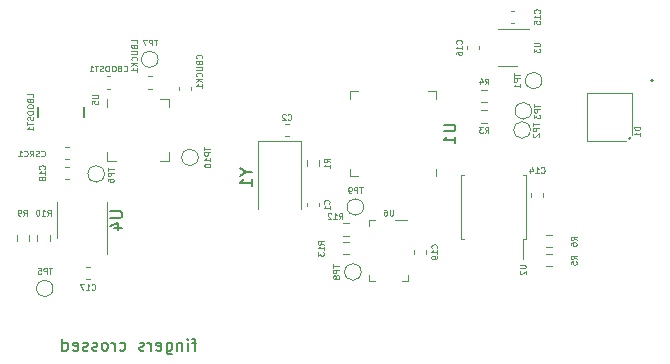
<source format=gbr>
%TF.GenerationSoftware,KiCad,Pcbnew,(6.0.11-0)*%
%TF.CreationDate,2023-05-17T19:32:27-04:00*%
%TF.ProjectId,SLAPS_Solar_Harvester,534c4150-535f-4536-9f6c-61725f486172,V1.1*%
%TF.SameCoordinates,Original*%
%TF.FileFunction,Legend,Bot*%
%TF.FilePolarity,Positive*%
%FSLAX46Y46*%
G04 Gerber Fmt 4.6, Leading zero omitted, Abs format (unit mm)*
G04 Created by KiCad (PCBNEW (6.0.11-0)) date 2023-05-17 19:32:27*
%MOMM*%
%LPD*%
G01*
G04 APERTURE LIST*
%ADD10C,0.150000*%
%ADD11C,0.125000*%
%ADD12C,0.160000*%
%ADD13C,0.120000*%
%ADD14C,0.127000*%
%ADD15C,0.200000*%
G04 APERTURE END LIST*
D10*
X140438095Y-121385714D02*
X140057142Y-121385714D01*
X140295238Y-122052380D02*
X140295238Y-121195238D01*
X140247619Y-121100000D01*
X140152380Y-121052380D01*
X140057142Y-121052380D01*
X139723809Y-122052380D02*
X139723809Y-121385714D01*
X139723809Y-121052380D02*
X139771428Y-121100000D01*
X139723809Y-121147619D01*
X139676190Y-121100000D01*
X139723809Y-121052380D01*
X139723809Y-121147619D01*
X139247619Y-121385714D02*
X139247619Y-122052380D01*
X139247619Y-121480952D02*
X139200000Y-121433333D01*
X139104761Y-121385714D01*
X138961904Y-121385714D01*
X138866666Y-121433333D01*
X138819047Y-121528571D01*
X138819047Y-122052380D01*
X137914285Y-121385714D02*
X137914285Y-122195238D01*
X137961904Y-122290476D01*
X138009523Y-122338095D01*
X138104761Y-122385714D01*
X138247619Y-122385714D01*
X138342857Y-122338095D01*
X137914285Y-122004761D02*
X138009523Y-122052380D01*
X138200000Y-122052380D01*
X138295238Y-122004761D01*
X138342857Y-121957142D01*
X138390476Y-121861904D01*
X138390476Y-121576190D01*
X138342857Y-121480952D01*
X138295238Y-121433333D01*
X138200000Y-121385714D01*
X138009523Y-121385714D01*
X137914285Y-121433333D01*
X137057142Y-122004761D02*
X137152380Y-122052380D01*
X137342857Y-122052380D01*
X137438095Y-122004761D01*
X137485714Y-121909523D01*
X137485714Y-121528571D01*
X137438095Y-121433333D01*
X137342857Y-121385714D01*
X137152380Y-121385714D01*
X137057142Y-121433333D01*
X137009523Y-121528571D01*
X137009523Y-121623809D01*
X137485714Y-121719047D01*
X136580952Y-122052380D02*
X136580952Y-121385714D01*
X136580952Y-121576190D02*
X136533333Y-121480952D01*
X136485714Y-121433333D01*
X136390476Y-121385714D01*
X136295238Y-121385714D01*
X136009523Y-122004761D02*
X135914285Y-122052380D01*
X135723809Y-122052380D01*
X135628571Y-122004761D01*
X135580952Y-121909523D01*
X135580952Y-121861904D01*
X135628571Y-121766666D01*
X135723809Y-121719047D01*
X135866666Y-121719047D01*
X135961904Y-121671428D01*
X136009523Y-121576190D01*
X136009523Y-121528571D01*
X135961904Y-121433333D01*
X135866666Y-121385714D01*
X135723809Y-121385714D01*
X135628571Y-121433333D01*
X133961904Y-122004761D02*
X134057142Y-122052380D01*
X134247619Y-122052380D01*
X134342857Y-122004761D01*
X134390476Y-121957142D01*
X134438095Y-121861904D01*
X134438095Y-121576190D01*
X134390476Y-121480952D01*
X134342857Y-121433333D01*
X134247619Y-121385714D01*
X134057142Y-121385714D01*
X133961904Y-121433333D01*
X133533333Y-122052380D02*
X133533333Y-121385714D01*
X133533333Y-121576190D02*
X133485714Y-121480952D01*
X133438095Y-121433333D01*
X133342857Y-121385714D01*
X133247619Y-121385714D01*
X132771428Y-122052380D02*
X132866666Y-122004761D01*
X132914285Y-121957142D01*
X132961904Y-121861904D01*
X132961904Y-121576190D01*
X132914285Y-121480952D01*
X132866666Y-121433333D01*
X132771428Y-121385714D01*
X132628571Y-121385714D01*
X132533333Y-121433333D01*
X132485714Y-121480952D01*
X132438095Y-121576190D01*
X132438095Y-121861904D01*
X132485714Y-121957142D01*
X132533333Y-122004761D01*
X132628571Y-122052380D01*
X132771428Y-122052380D01*
X132057142Y-122004761D02*
X131961904Y-122052380D01*
X131771428Y-122052380D01*
X131676190Y-122004761D01*
X131628571Y-121909523D01*
X131628571Y-121861904D01*
X131676190Y-121766666D01*
X131771428Y-121719047D01*
X131914285Y-121719047D01*
X132009523Y-121671428D01*
X132057142Y-121576190D01*
X132057142Y-121528571D01*
X132009523Y-121433333D01*
X131914285Y-121385714D01*
X131771428Y-121385714D01*
X131676190Y-121433333D01*
X131247619Y-122004761D02*
X131152380Y-122052380D01*
X130961904Y-122052380D01*
X130866666Y-122004761D01*
X130819047Y-121909523D01*
X130819047Y-121861904D01*
X130866666Y-121766666D01*
X130961904Y-121719047D01*
X131104761Y-121719047D01*
X131200000Y-121671428D01*
X131247619Y-121576190D01*
X131247619Y-121528571D01*
X131200000Y-121433333D01*
X131104761Y-121385714D01*
X130961904Y-121385714D01*
X130866666Y-121433333D01*
X130009523Y-122004761D02*
X130104761Y-122052380D01*
X130295238Y-122052380D01*
X130390476Y-122004761D01*
X130438095Y-121909523D01*
X130438095Y-121528571D01*
X130390476Y-121433333D01*
X130295238Y-121385714D01*
X130104761Y-121385714D01*
X130009523Y-121433333D01*
X129961904Y-121528571D01*
X129961904Y-121623809D01*
X130438095Y-121719047D01*
X129104761Y-122052380D02*
X129104761Y-121052380D01*
X129104761Y-122004761D02*
X129200000Y-122052380D01*
X129390476Y-122052380D01*
X129485714Y-122004761D01*
X129533333Y-121957142D01*
X129580952Y-121861904D01*
X129580952Y-121576190D01*
X129533333Y-121480952D01*
X129485714Y-121433333D01*
X129390476Y-121385714D01*
X129200000Y-121385714D01*
X129104761Y-121433333D01*
D11*
%TO.C,TP2*%
X168926190Y-102769047D02*
X168926190Y-103054761D01*
X169426190Y-102911904D02*
X168926190Y-102911904D01*
X169426190Y-103221428D02*
X168926190Y-103221428D01*
X168926190Y-103411904D01*
X168950000Y-103459523D01*
X168973809Y-103483333D01*
X169021428Y-103507142D01*
X169092857Y-103507142D01*
X169140476Y-103483333D01*
X169164285Y-103459523D01*
X169188095Y-103411904D01*
X169188095Y-103221428D01*
X168973809Y-103697619D02*
X168950000Y-103721428D01*
X168926190Y-103769047D01*
X168926190Y-103888095D01*
X168950000Y-103935714D01*
X168973809Y-103959523D01*
X169021428Y-103983333D01*
X169069047Y-103983333D01*
X169140476Y-103959523D01*
X169426190Y-103673809D01*
X169426190Y-103983333D01*
%TO.C,C17*%
X131571428Y-116878571D02*
X131595238Y-116902380D01*
X131666666Y-116926190D01*
X131714285Y-116926190D01*
X131785714Y-116902380D01*
X131833333Y-116854761D01*
X131857142Y-116807142D01*
X131880952Y-116711904D01*
X131880952Y-116640476D01*
X131857142Y-116545238D01*
X131833333Y-116497619D01*
X131785714Y-116450000D01*
X131714285Y-116426190D01*
X131666666Y-116426190D01*
X131595238Y-116450000D01*
X131571428Y-116473809D01*
X131095238Y-116926190D02*
X131380952Y-116926190D01*
X131238095Y-116926190D02*
X131238095Y-116426190D01*
X131285714Y-116497619D01*
X131333333Y-116545238D01*
X131380952Y-116569047D01*
X130928571Y-116426190D02*
X130595238Y-116426190D01*
X130809523Y-116926190D01*
D10*
%TO.C,U4*%
X133152380Y-110238095D02*
X133961904Y-110238095D01*
X134057142Y-110285714D01*
X134104761Y-110333333D01*
X134152380Y-110428571D01*
X134152380Y-110619047D01*
X134104761Y-110714285D01*
X134057142Y-110761904D01*
X133961904Y-110809523D01*
X133152380Y-110809523D01*
X133485714Y-111714285D02*
X134152380Y-111714285D01*
X133104761Y-111476190D02*
X133819047Y-111238095D01*
X133819047Y-111857142D01*
D11*
%TO.C,C14*%
X169621428Y-106978571D02*
X169645238Y-107002380D01*
X169716666Y-107026190D01*
X169764285Y-107026190D01*
X169835714Y-107002380D01*
X169883333Y-106954761D01*
X169907142Y-106907142D01*
X169930952Y-106811904D01*
X169930952Y-106740476D01*
X169907142Y-106645238D01*
X169883333Y-106597619D01*
X169835714Y-106550000D01*
X169764285Y-106526190D01*
X169716666Y-106526190D01*
X169645238Y-106550000D01*
X169621428Y-106573809D01*
X169145238Y-107026190D02*
X169430952Y-107026190D01*
X169288095Y-107026190D02*
X169288095Y-106526190D01*
X169335714Y-106597619D01*
X169383333Y-106645238D01*
X169430952Y-106669047D01*
X168716666Y-106692857D02*
X168716666Y-107026190D01*
X168835714Y-106502380D02*
X168954761Y-106859523D01*
X168645238Y-106859523D01*
%TO.C,TP3*%
X169026190Y-101169047D02*
X169026190Y-101454761D01*
X169526190Y-101311904D02*
X169026190Y-101311904D01*
X169526190Y-101621428D02*
X169026190Y-101621428D01*
X169026190Y-101811904D01*
X169050000Y-101859523D01*
X169073809Y-101883333D01*
X169121428Y-101907142D01*
X169192857Y-101907142D01*
X169240476Y-101883333D01*
X169264285Y-101859523D01*
X169288095Y-101811904D01*
X169288095Y-101621428D01*
X169026190Y-102073809D02*
X169026190Y-102383333D01*
X169216666Y-102216666D01*
X169216666Y-102288095D01*
X169240476Y-102335714D01*
X169264285Y-102359523D01*
X169311904Y-102383333D01*
X169430952Y-102383333D01*
X169478571Y-102359523D01*
X169502380Y-102335714D01*
X169526190Y-102288095D01*
X169526190Y-102145238D01*
X169502380Y-102097619D01*
X169478571Y-102073809D01*
D10*
%TO.C,Y1*%
X144676190Y-106923809D02*
X145152380Y-106923809D01*
X144152380Y-106590476D02*
X144676190Y-106923809D01*
X144152380Y-107257142D01*
X145152380Y-108114285D02*
X145152380Y-107542857D01*
X145152380Y-107828571D02*
X144152380Y-107828571D01*
X144295238Y-107733333D01*
X144390476Y-107638095D01*
X144438095Y-107542857D01*
D11*
%TO.C,TP9*%
X154530952Y-108226190D02*
X154245238Y-108226190D01*
X154388095Y-108726190D02*
X154388095Y-108226190D01*
X154078571Y-108726190D02*
X154078571Y-108226190D01*
X153888095Y-108226190D01*
X153840476Y-108250000D01*
X153816666Y-108273809D01*
X153792857Y-108321428D01*
X153792857Y-108392857D01*
X153816666Y-108440476D01*
X153840476Y-108464285D01*
X153888095Y-108488095D01*
X154078571Y-108488095D01*
X153554761Y-108726190D02*
X153459523Y-108726190D01*
X153411904Y-108702380D01*
X153388095Y-108678571D01*
X153340476Y-108607142D01*
X153316666Y-108511904D01*
X153316666Y-108321428D01*
X153340476Y-108273809D01*
X153364285Y-108250000D01*
X153411904Y-108226190D01*
X153507142Y-108226190D01*
X153554761Y-108250000D01*
X153578571Y-108273809D01*
X153602380Y-108321428D01*
X153602380Y-108440476D01*
X153578571Y-108488095D01*
X153554761Y-108511904D01*
X153507142Y-108535714D01*
X153411904Y-108535714D01*
X153364285Y-108511904D01*
X153340476Y-108488095D01*
X153316666Y-108440476D01*
%TO.C,C19*%
X160778571Y-113378571D02*
X160802380Y-113354761D01*
X160826190Y-113283333D01*
X160826190Y-113235714D01*
X160802380Y-113164285D01*
X160754761Y-113116666D01*
X160707142Y-113092857D01*
X160611904Y-113069047D01*
X160540476Y-113069047D01*
X160445238Y-113092857D01*
X160397619Y-113116666D01*
X160350000Y-113164285D01*
X160326190Y-113235714D01*
X160326190Y-113283333D01*
X160350000Y-113354761D01*
X160373809Y-113378571D01*
X160826190Y-113854761D02*
X160826190Y-113569047D01*
X160826190Y-113711904D02*
X160326190Y-113711904D01*
X160397619Y-113664285D01*
X160445238Y-113616666D01*
X160469047Y-113569047D01*
X160826190Y-114092857D02*
X160826190Y-114188095D01*
X160802380Y-114235714D01*
X160778571Y-114259523D01*
X160707142Y-114307142D01*
X160611904Y-114330952D01*
X160421428Y-114330952D01*
X160373809Y-114307142D01*
X160350000Y-114283333D01*
X160326190Y-114235714D01*
X160326190Y-114140476D01*
X160350000Y-114092857D01*
X160373809Y-114069047D01*
X160421428Y-114045238D01*
X160540476Y-114045238D01*
X160588095Y-114069047D01*
X160611904Y-114092857D01*
X160635714Y-114140476D01*
X160635714Y-114235714D01*
X160611904Y-114283333D01*
X160588095Y-114307142D01*
X160540476Y-114330952D01*
%TO.C,LBOOST1*%
X126626190Y-100576785D02*
X126626190Y-100338690D01*
X126126190Y-100338690D01*
X126364285Y-100910119D02*
X126388095Y-100981547D01*
X126411904Y-101005357D01*
X126459523Y-101029166D01*
X126530952Y-101029166D01*
X126578571Y-101005357D01*
X126602380Y-100981547D01*
X126626190Y-100933928D01*
X126626190Y-100743452D01*
X126126190Y-100743452D01*
X126126190Y-100910119D01*
X126150000Y-100957738D01*
X126173809Y-100981547D01*
X126221428Y-101005357D01*
X126269047Y-101005357D01*
X126316666Y-100981547D01*
X126340476Y-100957738D01*
X126364285Y-100910119D01*
X126364285Y-100743452D01*
X126126190Y-101338690D02*
X126126190Y-101433928D01*
X126150000Y-101481547D01*
X126197619Y-101529166D01*
X126292857Y-101552976D01*
X126459523Y-101552976D01*
X126554761Y-101529166D01*
X126602380Y-101481547D01*
X126626190Y-101433928D01*
X126626190Y-101338690D01*
X126602380Y-101291071D01*
X126554761Y-101243452D01*
X126459523Y-101219642D01*
X126292857Y-101219642D01*
X126197619Y-101243452D01*
X126150000Y-101291071D01*
X126126190Y-101338690D01*
X126126190Y-101862500D02*
X126126190Y-101957738D01*
X126150000Y-102005357D01*
X126197619Y-102052976D01*
X126292857Y-102076785D01*
X126459523Y-102076785D01*
X126554761Y-102052976D01*
X126602380Y-102005357D01*
X126626190Y-101957738D01*
X126626190Y-101862500D01*
X126602380Y-101814880D01*
X126554761Y-101767261D01*
X126459523Y-101743452D01*
X126292857Y-101743452D01*
X126197619Y-101767261D01*
X126150000Y-101814880D01*
X126126190Y-101862500D01*
X126602380Y-102267261D02*
X126626190Y-102338690D01*
X126626190Y-102457738D01*
X126602380Y-102505357D01*
X126578571Y-102529166D01*
X126530952Y-102552976D01*
X126483333Y-102552976D01*
X126435714Y-102529166D01*
X126411904Y-102505357D01*
X126388095Y-102457738D01*
X126364285Y-102362500D01*
X126340476Y-102314880D01*
X126316666Y-102291071D01*
X126269047Y-102267261D01*
X126221428Y-102267261D01*
X126173809Y-102291071D01*
X126150000Y-102314880D01*
X126126190Y-102362500D01*
X126126190Y-102481547D01*
X126150000Y-102552976D01*
X126126190Y-102695833D02*
X126126190Y-102981547D01*
X126626190Y-102838690D02*
X126126190Y-102838690D01*
X126626190Y-103410119D02*
X126626190Y-103124404D01*
X126626190Y-103267261D02*
X126126190Y-103267261D01*
X126197619Y-103219642D01*
X126245238Y-103172023D01*
X126269047Y-103124404D01*
%TO.C,C16*%
X162878571Y-96078571D02*
X162902380Y-96054761D01*
X162926190Y-95983333D01*
X162926190Y-95935714D01*
X162902380Y-95864285D01*
X162854761Y-95816666D01*
X162807142Y-95792857D01*
X162711904Y-95769047D01*
X162640476Y-95769047D01*
X162545238Y-95792857D01*
X162497619Y-95816666D01*
X162450000Y-95864285D01*
X162426190Y-95935714D01*
X162426190Y-95983333D01*
X162450000Y-96054761D01*
X162473809Y-96078571D01*
X162926190Y-96554761D02*
X162926190Y-96269047D01*
X162926190Y-96411904D02*
X162426190Y-96411904D01*
X162497619Y-96364285D01*
X162545238Y-96316666D01*
X162569047Y-96269047D01*
X162426190Y-96983333D02*
X162426190Y-96888095D01*
X162450000Y-96840476D01*
X162473809Y-96816666D01*
X162545238Y-96769047D01*
X162640476Y-96745238D01*
X162830952Y-96745238D01*
X162878571Y-96769047D01*
X162902380Y-96792857D01*
X162926190Y-96840476D01*
X162926190Y-96935714D01*
X162902380Y-96983333D01*
X162878571Y-97007142D01*
X162830952Y-97030952D01*
X162711904Y-97030952D01*
X162664285Y-97007142D01*
X162640476Y-96983333D01*
X162616666Y-96935714D01*
X162616666Y-96840476D01*
X162640476Y-96792857D01*
X162664285Y-96769047D01*
X162711904Y-96745238D01*
%TO.C,C18*%
X127578571Y-106678571D02*
X127602380Y-106654761D01*
X127626190Y-106583333D01*
X127626190Y-106535714D01*
X127602380Y-106464285D01*
X127554761Y-106416666D01*
X127507142Y-106392857D01*
X127411904Y-106369047D01*
X127340476Y-106369047D01*
X127245238Y-106392857D01*
X127197619Y-106416666D01*
X127150000Y-106464285D01*
X127126190Y-106535714D01*
X127126190Y-106583333D01*
X127150000Y-106654761D01*
X127173809Y-106678571D01*
X127626190Y-107154761D02*
X127626190Y-106869047D01*
X127626190Y-107011904D02*
X127126190Y-107011904D01*
X127197619Y-106964285D01*
X127245238Y-106916666D01*
X127269047Y-106869047D01*
X127340476Y-107440476D02*
X127316666Y-107392857D01*
X127292857Y-107369047D01*
X127245238Y-107345238D01*
X127221428Y-107345238D01*
X127173809Y-107369047D01*
X127150000Y-107392857D01*
X127126190Y-107440476D01*
X127126190Y-107535714D01*
X127150000Y-107583333D01*
X127173809Y-107607142D01*
X127221428Y-107630952D01*
X127245238Y-107630952D01*
X127292857Y-107607142D01*
X127316666Y-107583333D01*
X127340476Y-107535714D01*
X127340476Y-107440476D01*
X127364285Y-107392857D01*
X127388095Y-107369047D01*
X127435714Y-107345238D01*
X127530952Y-107345238D01*
X127578571Y-107369047D01*
X127602380Y-107392857D01*
X127626190Y-107440476D01*
X127626190Y-107535714D01*
X127602380Y-107583333D01*
X127578571Y-107607142D01*
X127530952Y-107630952D01*
X127435714Y-107630952D01*
X127388095Y-107607142D01*
X127364285Y-107583333D01*
X127340476Y-107535714D01*
%TO.C,TP8*%
X152026190Y-114769047D02*
X152026190Y-115054761D01*
X152526190Y-114911904D02*
X152026190Y-114911904D01*
X152526190Y-115221428D02*
X152026190Y-115221428D01*
X152026190Y-115411904D01*
X152050000Y-115459523D01*
X152073809Y-115483333D01*
X152121428Y-115507142D01*
X152192857Y-115507142D01*
X152240476Y-115483333D01*
X152264285Y-115459523D01*
X152288095Y-115411904D01*
X152288095Y-115221428D01*
X152240476Y-115792857D02*
X152216666Y-115745238D01*
X152192857Y-115721428D01*
X152145238Y-115697619D01*
X152121428Y-115697619D01*
X152073809Y-115721428D01*
X152050000Y-115745238D01*
X152026190Y-115792857D01*
X152026190Y-115888095D01*
X152050000Y-115935714D01*
X152073809Y-115959523D01*
X152121428Y-115983333D01*
X152145238Y-115983333D01*
X152192857Y-115959523D01*
X152216666Y-115935714D01*
X152240476Y-115888095D01*
X152240476Y-115792857D01*
X152264285Y-115745238D01*
X152288095Y-115721428D01*
X152335714Y-115697619D01*
X152430952Y-115697619D01*
X152478571Y-115721428D01*
X152502380Y-115745238D01*
X152526190Y-115792857D01*
X152526190Y-115888095D01*
X152502380Y-115935714D01*
X152478571Y-115959523D01*
X152430952Y-115983333D01*
X152335714Y-115983333D01*
X152288095Y-115959523D01*
X152264285Y-115935714D01*
X152240476Y-115888095D01*
%TO.C,CSRC1*%
X127321428Y-105578571D02*
X127345238Y-105602380D01*
X127416666Y-105626190D01*
X127464285Y-105626190D01*
X127535714Y-105602380D01*
X127583333Y-105554761D01*
X127607142Y-105507142D01*
X127630952Y-105411904D01*
X127630952Y-105340476D01*
X127607142Y-105245238D01*
X127583333Y-105197619D01*
X127535714Y-105150000D01*
X127464285Y-105126190D01*
X127416666Y-105126190D01*
X127345238Y-105150000D01*
X127321428Y-105173809D01*
X127130952Y-105602380D02*
X127059523Y-105626190D01*
X126940476Y-105626190D01*
X126892857Y-105602380D01*
X126869047Y-105578571D01*
X126845238Y-105530952D01*
X126845238Y-105483333D01*
X126869047Y-105435714D01*
X126892857Y-105411904D01*
X126940476Y-105388095D01*
X127035714Y-105364285D01*
X127083333Y-105340476D01*
X127107142Y-105316666D01*
X127130952Y-105269047D01*
X127130952Y-105221428D01*
X127107142Y-105173809D01*
X127083333Y-105150000D01*
X127035714Y-105126190D01*
X126916666Y-105126190D01*
X126845238Y-105150000D01*
X126345238Y-105626190D02*
X126511904Y-105388095D01*
X126630952Y-105626190D02*
X126630952Y-105126190D01*
X126440476Y-105126190D01*
X126392857Y-105150000D01*
X126369047Y-105173809D01*
X126345238Y-105221428D01*
X126345238Y-105292857D01*
X126369047Y-105340476D01*
X126392857Y-105364285D01*
X126440476Y-105388095D01*
X126630952Y-105388095D01*
X125845238Y-105578571D02*
X125869047Y-105602380D01*
X125940476Y-105626190D01*
X125988095Y-105626190D01*
X126059523Y-105602380D01*
X126107142Y-105554761D01*
X126130952Y-105507142D01*
X126154761Y-105411904D01*
X126154761Y-105340476D01*
X126130952Y-105245238D01*
X126107142Y-105197619D01*
X126059523Y-105150000D01*
X125988095Y-105126190D01*
X125940476Y-105126190D01*
X125869047Y-105150000D01*
X125845238Y-105173809D01*
X125369047Y-105626190D02*
X125654761Y-105626190D01*
X125511904Y-105626190D02*
X125511904Y-105126190D01*
X125559523Y-105197619D01*
X125607142Y-105245238D01*
X125654761Y-105269047D01*
%TO.C,U2*%
X167826190Y-114819047D02*
X168230952Y-114819047D01*
X168278571Y-114842857D01*
X168302380Y-114866666D01*
X168326190Y-114914285D01*
X168326190Y-115009523D01*
X168302380Y-115057142D01*
X168278571Y-115080952D01*
X168230952Y-115104761D01*
X167826190Y-115104761D01*
X167873809Y-115319047D02*
X167850000Y-115342857D01*
X167826190Y-115390476D01*
X167826190Y-115509523D01*
X167850000Y-115557142D01*
X167873809Y-115580952D01*
X167921428Y-115604761D01*
X167969047Y-115604761D01*
X168040476Y-115580952D01*
X168326190Y-115295238D01*
X168326190Y-115604761D01*
%TO.C,C1*%
X151678571Y-109616666D02*
X151702380Y-109592857D01*
X151726190Y-109521428D01*
X151726190Y-109473809D01*
X151702380Y-109402380D01*
X151654761Y-109354761D01*
X151607142Y-109330952D01*
X151511904Y-109307142D01*
X151440476Y-109307142D01*
X151345238Y-109330952D01*
X151297619Y-109354761D01*
X151250000Y-109402380D01*
X151226190Y-109473809D01*
X151226190Y-109521428D01*
X151250000Y-109592857D01*
X151273809Y-109616666D01*
X151726190Y-110092857D02*
X151726190Y-109807142D01*
X151726190Y-109950000D02*
X151226190Y-109950000D01*
X151297619Y-109902380D01*
X151345238Y-109854761D01*
X151369047Y-109807142D01*
D10*
%TO.C,U1*%
X161372380Y-102938095D02*
X162181904Y-102938095D01*
X162277142Y-102985714D01*
X162324761Y-103033333D01*
X162372380Y-103128571D01*
X162372380Y-103319047D01*
X162324761Y-103414285D01*
X162277142Y-103461904D01*
X162181904Y-103509523D01*
X161372380Y-103509523D01*
X162372380Y-104509523D02*
X162372380Y-103938095D01*
X162372380Y-104223809D02*
X161372380Y-104223809D01*
X161515238Y-104128571D01*
X161610476Y-104033333D01*
X161658095Y-103938095D01*
D11*
%TO.C,TP5*%
X128230952Y-115078190D02*
X127945238Y-115078190D01*
X128088095Y-115578190D02*
X128088095Y-115078190D01*
X127778571Y-115578190D02*
X127778571Y-115078190D01*
X127588095Y-115078190D01*
X127540476Y-115102000D01*
X127516666Y-115125809D01*
X127492857Y-115173428D01*
X127492857Y-115244857D01*
X127516666Y-115292476D01*
X127540476Y-115316285D01*
X127588095Y-115340095D01*
X127778571Y-115340095D01*
X127040476Y-115078190D02*
X127278571Y-115078190D01*
X127302380Y-115316285D01*
X127278571Y-115292476D01*
X127230952Y-115268666D01*
X127111904Y-115268666D01*
X127064285Y-115292476D01*
X127040476Y-115316285D01*
X127016666Y-115363904D01*
X127016666Y-115482952D01*
X127040476Y-115530571D01*
X127064285Y-115554380D01*
X127111904Y-115578190D01*
X127230952Y-115578190D01*
X127278571Y-115554380D01*
X127302380Y-115530571D01*
%TO.C,R6*%
X172626190Y-112716666D02*
X172388095Y-112550000D01*
X172626190Y-112430952D02*
X172126190Y-112430952D01*
X172126190Y-112621428D01*
X172150000Y-112669047D01*
X172173809Y-112692857D01*
X172221428Y-112716666D01*
X172292857Y-112716666D01*
X172340476Y-112692857D01*
X172364285Y-112669047D01*
X172388095Y-112621428D01*
X172388095Y-112430952D01*
X172126190Y-113145238D02*
X172126190Y-113050000D01*
X172150000Y-113002380D01*
X172173809Y-112978571D01*
X172245238Y-112930952D01*
X172340476Y-112907142D01*
X172530952Y-112907142D01*
X172578571Y-112930952D01*
X172602380Y-112954761D01*
X172626190Y-113002380D01*
X172626190Y-113097619D01*
X172602380Y-113145238D01*
X172578571Y-113169047D01*
X172530952Y-113192857D01*
X172411904Y-113192857D01*
X172364285Y-113169047D01*
X172340476Y-113145238D01*
X172316666Y-113097619D01*
X172316666Y-113002380D01*
X172340476Y-112954761D01*
X172364285Y-112930952D01*
X172411904Y-112907142D01*
%TO.C,U6*%
X157080952Y-110126190D02*
X157080952Y-110530952D01*
X157057142Y-110578571D01*
X157033333Y-110602380D01*
X156985714Y-110626190D01*
X156890476Y-110626190D01*
X156842857Y-110602380D01*
X156819047Y-110578571D01*
X156795238Y-110530952D01*
X156795238Y-110126190D01*
X156342857Y-110126190D02*
X156438095Y-110126190D01*
X156485714Y-110150000D01*
X156509523Y-110173809D01*
X156557142Y-110245238D01*
X156580952Y-110340476D01*
X156580952Y-110530952D01*
X156557142Y-110578571D01*
X156533333Y-110602380D01*
X156485714Y-110626190D01*
X156390476Y-110626190D01*
X156342857Y-110602380D01*
X156319047Y-110578571D01*
X156295238Y-110530952D01*
X156295238Y-110411904D01*
X156319047Y-110364285D01*
X156342857Y-110340476D01*
X156390476Y-110316666D01*
X156485714Y-110316666D01*
X156533333Y-110340476D01*
X156557142Y-110364285D01*
X156580952Y-110411904D01*
%TO.C,TP10*%
X141126190Y-104830952D02*
X141126190Y-105116666D01*
X141626190Y-104973809D02*
X141126190Y-104973809D01*
X141626190Y-105283333D02*
X141126190Y-105283333D01*
X141126190Y-105473809D01*
X141150000Y-105521428D01*
X141173809Y-105545238D01*
X141221428Y-105569047D01*
X141292857Y-105569047D01*
X141340476Y-105545238D01*
X141364285Y-105521428D01*
X141388095Y-105473809D01*
X141388095Y-105283333D01*
X141626190Y-106045238D02*
X141626190Y-105759523D01*
X141626190Y-105902380D02*
X141126190Y-105902380D01*
X141197619Y-105854761D01*
X141245238Y-105807142D01*
X141269047Y-105759523D01*
X141126190Y-106354761D02*
X141126190Y-106402380D01*
X141150000Y-106450000D01*
X141173809Y-106473809D01*
X141221428Y-106497619D01*
X141316666Y-106521428D01*
X141435714Y-106521428D01*
X141530952Y-106497619D01*
X141578571Y-106473809D01*
X141602380Y-106450000D01*
X141626190Y-106402380D01*
X141626190Y-106354761D01*
X141602380Y-106307142D01*
X141578571Y-106283333D01*
X141530952Y-106259523D01*
X141435714Y-106235714D01*
X141316666Y-106235714D01*
X141221428Y-106259523D01*
X141173809Y-106283333D01*
X141150000Y-106307142D01*
X141126190Y-106354761D01*
%TO.C,U3*%
X169026190Y-96019047D02*
X169430952Y-96019047D01*
X169478571Y-96042857D01*
X169502380Y-96066666D01*
X169526190Y-96114285D01*
X169526190Y-96209523D01*
X169502380Y-96257142D01*
X169478571Y-96280952D01*
X169430952Y-96304761D01*
X169026190Y-96304761D01*
X169026190Y-96495238D02*
X169026190Y-96804761D01*
X169216666Y-96638095D01*
X169216666Y-96709523D01*
X169240476Y-96757142D01*
X169264285Y-96780952D01*
X169311904Y-96804761D01*
X169430952Y-96804761D01*
X169478571Y-96780952D01*
X169502380Y-96757142D01*
X169526190Y-96709523D01*
X169526190Y-96566666D01*
X169502380Y-96519047D01*
X169478571Y-96495238D01*
%TO.C,R5*%
X172626190Y-114316666D02*
X172388095Y-114150000D01*
X172626190Y-114030952D02*
X172126190Y-114030952D01*
X172126190Y-114221428D01*
X172150000Y-114269047D01*
X172173809Y-114292857D01*
X172221428Y-114316666D01*
X172292857Y-114316666D01*
X172340476Y-114292857D01*
X172364285Y-114269047D01*
X172388095Y-114221428D01*
X172388095Y-114030952D01*
X172126190Y-114769047D02*
X172126190Y-114530952D01*
X172364285Y-114507142D01*
X172340476Y-114530952D01*
X172316666Y-114578571D01*
X172316666Y-114697619D01*
X172340476Y-114745238D01*
X172364285Y-114769047D01*
X172411904Y-114792857D01*
X172530952Y-114792857D01*
X172578571Y-114769047D01*
X172602380Y-114745238D01*
X172626190Y-114697619D01*
X172626190Y-114578571D01*
X172602380Y-114530952D01*
X172578571Y-114507142D01*
%TO.C,R12*%
X152521428Y-110926190D02*
X152688095Y-110688095D01*
X152807142Y-110926190D02*
X152807142Y-110426190D01*
X152616666Y-110426190D01*
X152569047Y-110450000D01*
X152545238Y-110473809D01*
X152521428Y-110521428D01*
X152521428Y-110592857D01*
X152545238Y-110640476D01*
X152569047Y-110664285D01*
X152616666Y-110688095D01*
X152807142Y-110688095D01*
X152045238Y-110926190D02*
X152330952Y-110926190D01*
X152188095Y-110926190D02*
X152188095Y-110426190D01*
X152235714Y-110497619D01*
X152283333Y-110545238D01*
X152330952Y-110569047D01*
X151854761Y-110473809D02*
X151830952Y-110450000D01*
X151783333Y-110426190D01*
X151664285Y-110426190D01*
X151616666Y-110450000D01*
X151592857Y-110473809D01*
X151569047Y-110521428D01*
X151569047Y-110569047D01*
X151592857Y-110640476D01*
X151878571Y-110926190D01*
X151569047Y-110926190D01*
%TO.C,LBUCK1*%
X135426190Y-96004761D02*
X135426190Y-95766666D01*
X134926190Y-95766666D01*
X135164285Y-96338095D02*
X135188095Y-96409523D01*
X135211904Y-96433333D01*
X135259523Y-96457142D01*
X135330952Y-96457142D01*
X135378571Y-96433333D01*
X135402380Y-96409523D01*
X135426190Y-96361904D01*
X135426190Y-96171428D01*
X134926190Y-96171428D01*
X134926190Y-96338095D01*
X134950000Y-96385714D01*
X134973809Y-96409523D01*
X135021428Y-96433333D01*
X135069047Y-96433333D01*
X135116666Y-96409523D01*
X135140476Y-96385714D01*
X135164285Y-96338095D01*
X135164285Y-96171428D01*
X134926190Y-96671428D02*
X135330952Y-96671428D01*
X135378571Y-96695238D01*
X135402380Y-96719047D01*
X135426190Y-96766666D01*
X135426190Y-96861904D01*
X135402380Y-96909523D01*
X135378571Y-96933333D01*
X135330952Y-96957142D01*
X134926190Y-96957142D01*
X135378571Y-97480952D02*
X135402380Y-97457142D01*
X135426190Y-97385714D01*
X135426190Y-97338095D01*
X135402380Y-97266666D01*
X135354761Y-97219047D01*
X135307142Y-97195238D01*
X135211904Y-97171428D01*
X135140476Y-97171428D01*
X135045238Y-97195238D01*
X134997619Y-97219047D01*
X134950000Y-97266666D01*
X134926190Y-97338095D01*
X134926190Y-97385714D01*
X134950000Y-97457142D01*
X134973809Y-97480952D01*
X135426190Y-97695238D02*
X134926190Y-97695238D01*
X135426190Y-97980952D02*
X135140476Y-97766666D01*
X134926190Y-97980952D02*
X135211904Y-97695238D01*
X135426190Y-98457142D02*
X135426190Y-98171428D01*
X135426190Y-98314285D02*
X134926190Y-98314285D01*
X134997619Y-98266666D01*
X135045238Y-98219047D01*
X135069047Y-98171428D01*
%TO.C,CBUCK1*%
X140878571Y-97304761D02*
X140902380Y-97280952D01*
X140926190Y-97209523D01*
X140926190Y-97161904D01*
X140902380Y-97090476D01*
X140854761Y-97042857D01*
X140807142Y-97019047D01*
X140711904Y-96995238D01*
X140640476Y-96995238D01*
X140545238Y-97019047D01*
X140497619Y-97042857D01*
X140450000Y-97090476D01*
X140426190Y-97161904D01*
X140426190Y-97209523D01*
X140450000Y-97280952D01*
X140473809Y-97304761D01*
X140664285Y-97685714D02*
X140688095Y-97757142D01*
X140711904Y-97780952D01*
X140759523Y-97804761D01*
X140830952Y-97804761D01*
X140878571Y-97780952D01*
X140902380Y-97757142D01*
X140926190Y-97709523D01*
X140926190Y-97519047D01*
X140426190Y-97519047D01*
X140426190Y-97685714D01*
X140450000Y-97733333D01*
X140473809Y-97757142D01*
X140521428Y-97780952D01*
X140569047Y-97780952D01*
X140616666Y-97757142D01*
X140640476Y-97733333D01*
X140664285Y-97685714D01*
X140664285Y-97519047D01*
X140426190Y-98019047D02*
X140830952Y-98019047D01*
X140878571Y-98042857D01*
X140902380Y-98066666D01*
X140926190Y-98114285D01*
X140926190Y-98209523D01*
X140902380Y-98257142D01*
X140878571Y-98280952D01*
X140830952Y-98304761D01*
X140426190Y-98304761D01*
X140878571Y-98828571D02*
X140902380Y-98804761D01*
X140926190Y-98733333D01*
X140926190Y-98685714D01*
X140902380Y-98614285D01*
X140854761Y-98566666D01*
X140807142Y-98542857D01*
X140711904Y-98519047D01*
X140640476Y-98519047D01*
X140545238Y-98542857D01*
X140497619Y-98566666D01*
X140450000Y-98614285D01*
X140426190Y-98685714D01*
X140426190Y-98733333D01*
X140450000Y-98804761D01*
X140473809Y-98828571D01*
X140926190Y-99042857D02*
X140426190Y-99042857D01*
X140926190Y-99328571D02*
X140640476Y-99114285D01*
X140426190Y-99328571D02*
X140711904Y-99042857D01*
X140926190Y-99804761D02*
X140926190Y-99519047D01*
X140926190Y-99661904D02*
X140426190Y-99661904D01*
X140497619Y-99614285D01*
X140545238Y-99566666D01*
X140569047Y-99519047D01*
%TO.C,R1*%
X151726190Y-106116666D02*
X151488095Y-105950000D01*
X151726190Y-105830952D02*
X151226190Y-105830952D01*
X151226190Y-106021428D01*
X151250000Y-106069047D01*
X151273809Y-106092857D01*
X151321428Y-106116666D01*
X151392857Y-106116666D01*
X151440476Y-106092857D01*
X151464285Y-106069047D01*
X151488095Y-106021428D01*
X151488095Y-105830952D01*
X151726190Y-106592857D02*
X151726190Y-106307142D01*
X151726190Y-106450000D02*
X151226190Y-106450000D01*
X151297619Y-106402380D01*
X151345238Y-106354761D01*
X151369047Y-106307142D01*
%TO.C,C2*%
X148183333Y-102478571D02*
X148207142Y-102502380D01*
X148278571Y-102526190D01*
X148326190Y-102526190D01*
X148397619Y-102502380D01*
X148445238Y-102454761D01*
X148469047Y-102407142D01*
X148492857Y-102311904D01*
X148492857Y-102240476D01*
X148469047Y-102145238D01*
X148445238Y-102097619D01*
X148397619Y-102050000D01*
X148326190Y-102026190D01*
X148278571Y-102026190D01*
X148207142Y-102050000D01*
X148183333Y-102073809D01*
X147992857Y-102073809D02*
X147969047Y-102050000D01*
X147921428Y-102026190D01*
X147802380Y-102026190D01*
X147754761Y-102050000D01*
X147730952Y-102073809D01*
X147707142Y-102121428D01*
X147707142Y-102169047D01*
X147730952Y-102240476D01*
X148016666Y-102526190D01*
X147707142Y-102526190D01*
%TO.C,R3*%
X164883333Y-103626190D02*
X165050000Y-103388095D01*
X165169047Y-103626190D02*
X165169047Y-103126190D01*
X164978571Y-103126190D01*
X164930952Y-103150000D01*
X164907142Y-103173809D01*
X164883333Y-103221428D01*
X164883333Y-103292857D01*
X164907142Y-103340476D01*
X164930952Y-103364285D01*
X164978571Y-103388095D01*
X165169047Y-103388095D01*
X164716666Y-103126190D02*
X164407142Y-103126190D01*
X164573809Y-103316666D01*
X164502380Y-103316666D01*
X164454761Y-103340476D01*
X164430952Y-103364285D01*
X164407142Y-103411904D01*
X164407142Y-103530952D01*
X164430952Y-103578571D01*
X164454761Y-103602380D01*
X164502380Y-103626190D01*
X164645238Y-103626190D01*
X164692857Y-103602380D01*
X164716666Y-103578571D01*
%TO.C,R9*%
X125783333Y-110626190D02*
X125950000Y-110388095D01*
X126069047Y-110626190D02*
X126069047Y-110126190D01*
X125878571Y-110126190D01*
X125830952Y-110150000D01*
X125807142Y-110173809D01*
X125783333Y-110221428D01*
X125783333Y-110292857D01*
X125807142Y-110340476D01*
X125830952Y-110364285D01*
X125878571Y-110388095D01*
X126069047Y-110388095D01*
X125545238Y-110626190D02*
X125450000Y-110626190D01*
X125402380Y-110602380D01*
X125378571Y-110578571D01*
X125330952Y-110507142D01*
X125307142Y-110411904D01*
X125307142Y-110221428D01*
X125330952Y-110173809D01*
X125354761Y-110150000D01*
X125402380Y-110126190D01*
X125497619Y-110126190D01*
X125545238Y-110150000D01*
X125569047Y-110173809D01*
X125592857Y-110221428D01*
X125592857Y-110340476D01*
X125569047Y-110388095D01*
X125545238Y-110411904D01*
X125497619Y-110435714D01*
X125402380Y-110435714D01*
X125354761Y-110411904D01*
X125330952Y-110388095D01*
X125307142Y-110340476D01*
%TO.C,R13*%
X151226190Y-113078571D02*
X150988095Y-112911904D01*
X151226190Y-112792857D02*
X150726190Y-112792857D01*
X150726190Y-112983333D01*
X150750000Y-113030952D01*
X150773809Y-113054761D01*
X150821428Y-113078571D01*
X150892857Y-113078571D01*
X150940476Y-113054761D01*
X150964285Y-113030952D01*
X150988095Y-112983333D01*
X150988095Y-112792857D01*
X151226190Y-113554761D02*
X151226190Y-113269047D01*
X151226190Y-113411904D02*
X150726190Y-113411904D01*
X150797619Y-113364285D01*
X150845238Y-113316666D01*
X150869047Y-113269047D01*
X150726190Y-113721428D02*
X150726190Y-114030952D01*
X150916666Y-113864285D01*
X150916666Y-113935714D01*
X150940476Y-113983333D01*
X150964285Y-114007142D01*
X151011904Y-114030952D01*
X151130952Y-114030952D01*
X151178571Y-114007142D01*
X151202380Y-113983333D01*
X151226190Y-113935714D01*
X151226190Y-113792857D01*
X151202380Y-113745238D01*
X151178571Y-113721428D01*
%TO.C,U5*%
X131626190Y-100419047D02*
X132030952Y-100419047D01*
X132078571Y-100442857D01*
X132102380Y-100466666D01*
X132126190Y-100514285D01*
X132126190Y-100609523D01*
X132102380Y-100657142D01*
X132078571Y-100680952D01*
X132030952Y-100704761D01*
X131626190Y-100704761D01*
X131626190Y-101180952D02*
X131626190Y-100942857D01*
X131864285Y-100919047D01*
X131840476Y-100942857D01*
X131816666Y-100990476D01*
X131816666Y-101109523D01*
X131840476Y-101157142D01*
X131864285Y-101180952D01*
X131911904Y-101204761D01*
X132030952Y-101204761D01*
X132078571Y-101180952D01*
X132102380Y-101157142D01*
X132126190Y-101109523D01*
X132126190Y-100990476D01*
X132102380Y-100942857D01*
X132078571Y-100919047D01*
%TO.C,CBOOST1*%
X134285714Y-98378571D02*
X134309523Y-98402380D01*
X134380952Y-98426190D01*
X134428571Y-98426190D01*
X134500000Y-98402380D01*
X134547619Y-98354761D01*
X134571428Y-98307142D01*
X134595238Y-98211904D01*
X134595238Y-98140476D01*
X134571428Y-98045238D01*
X134547619Y-97997619D01*
X134500000Y-97950000D01*
X134428571Y-97926190D01*
X134380952Y-97926190D01*
X134309523Y-97950000D01*
X134285714Y-97973809D01*
X133904761Y-98164285D02*
X133833333Y-98188095D01*
X133809523Y-98211904D01*
X133785714Y-98259523D01*
X133785714Y-98330952D01*
X133809523Y-98378571D01*
X133833333Y-98402380D01*
X133880952Y-98426190D01*
X134071428Y-98426190D01*
X134071428Y-97926190D01*
X133904761Y-97926190D01*
X133857142Y-97950000D01*
X133833333Y-97973809D01*
X133809523Y-98021428D01*
X133809523Y-98069047D01*
X133833333Y-98116666D01*
X133857142Y-98140476D01*
X133904761Y-98164285D01*
X134071428Y-98164285D01*
X133476190Y-97926190D02*
X133380952Y-97926190D01*
X133333333Y-97950000D01*
X133285714Y-97997619D01*
X133261904Y-98092857D01*
X133261904Y-98259523D01*
X133285714Y-98354761D01*
X133333333Y-98402380D01*
X133380952Y-98426190D01*
X133476190Y-98426190D01*
X133523809Y-98402380D01*
X133571428Y-98354761D01*
X133595238Y-98259523D01*
X133595238Y-98092857D01*
X133571428Y-97997619D01*
X133523809Y-97950000D01*
X133476190Y-97926190D01*
X132952380Y-97926190D02*
X132857142Y-97926190D01*
X132809523Y-97950000D01*
X132761904Y-97997619D01*
X132738095Y-98092857D01*
X132738095Y-98259523D01*
X132761904Y-98354761D01*
X132809523Y-98402380D01*
X132857142Y-98426190D01*
X132952380Y-98426190D01*
X133000000Y-98402380D01*
X133047619Y-98354761D01*
X133071428Y-98259523D01*
X133071428Y-98092857D01*
X133047619Y-97997619D01*
X133000000Y-97950000D01*
X132952380Y-97926190D01*
X132547619Y-98402380D02*
X132476190Y-98426190D01*
X132357142Y-98426190D01*
X132309523Y-98402380D01*
X132285714Y-98378571D01*
X132261904Y-98330952D01*
X132261904Y-98283333D01*
X132285714Y-98235714D01*
X132309523Y-98211904D01*
X132357142Y-98188095D01*
X132452380Y-98164285D01*
X132500000Y-98140476D01*
X132523809Y-98116666D01*
X132547619Y-98069047D01*
X132547619Y-98021428D01*
X132523809Y-97973809D01*
X132500000Y-97950000D01*
X132452380Y-97926190D01*
X132333333Y-97926190D01*
X132261904Y-97950000D01*
X132119047Y-97926190D02*
X131833333Y-97926190D01*
X131976190Y-98426190D02*
X131976190Y-97926190D01*
X131404761Y-98426190D02*
X131690476Y-98426190D01*
X131547619Y-98426190D02*
X131547619Y-97926190D01*
X131595238Y-97997619D01*
X131642857Y-98045238D01*
X131690476Y-98069047D01*
%TO.C,R10*%
X127821428Y-110626190D02*
X127988095Y-110388095D01*
X128107142Y-110626190D02*
X128107142Y-110126190D01*
X127916666Y-110126190D01*
X127869047Y-110150000D01*
X127845238Y-110173809D01*
X127821428Y-110221428D01*
X127821428Y-110292857D01*
X127845238Y-110340476D01*
X127869047Y-110364285D01*
X127916666Y-110388095D01*
X128107142Y-110388095D01*
X127345238Y-110626190D02*
X127630952Y-110626190D01*
X127488095Y-110626190D02*
X127488095Y-110126190D01*
X127535714Y-110197619D01*
X127583333Y-110245238D01*
X127630952Y-110269047D01*
X127035714Y-110126190D02*
X126988095Y-110126190D01*
X126940476Y-110150000D01*
X126916666Y-110173809D01*
X126892857Y-110221428D01*
X126869047Y-110316666D01*
X126869047Y-110435714D01*
X126892857Y-110530952D01*
X126916666Y-110578571D01*
X126940476Y-110602380D01*
X126988095Y-110626190D01*
X127035714Y-110626190D01*
X127083333Y-110602380D01*
X127107142Y-110578571D01*
X127130952Y-110530952D01*
X127154761Y-110435714D01*
X127154761Y-110316666D01*
X127130952Y-110221428D01*
X127107142Y-110173809D01*
X127083333Y-110150000D01*
X127035714Y-110126190D01*
%TO.C,TP6*%
X132926190Y-106569047D02*
X132926190Y-106854761D01*
X133426190Y-106711904D02*
X132926190Y-106711904D01*
X133426190Y-107021428D02*
X132926190Y-107021428D01*
X132926190Y-107211904D01*
X132950000Y-107259523D01*
X132973809Y-107283333D01*
X133021428Y-107307142D01*
X133092857Y-107307142D01*
X133140476Y-107283333D01*
X133164285Y-107259523D01*
X133188095Y-107211904D01*
X133188095Y-107021428D01*
X132926190Y-107735714D02*
X132926190Y-107640476D01*
X132950000Y-107592857D01*
X132973809Y-107569047D01*
X133045238Y-107521428D01*
X133140476Y-107497619D01*
X133330952Y-107497619D01*
X133378571Y-107521428D01*
X133402380Y-107545238D01*
X133426190Y-107592857D01*
X133426190Y-107688095D01*
X133402380Y-107735714D01*
X133378571Y-107759523D01*
X133330952Y-107783333D01*
X133211904Y-107783333D01*
X133164285Y-107759523D01*
X133140476Y-107735714D01*
X133116666Y-107688095D01*
X133116666Y-107592857D01*
X133140476Y-107545238D01*
X133164285Y-107521428D01*
X133211904Y-107497619D01*
%TO.C,TP7*%
X137130952Y-95726190D02*
X136845238Y-95726190D01*
X136988095Y-96226190D02*
X136988095Y-95726190D01*
X136678571Y-96226190D02*
X136678571Y-95726190D01*
X136488095Y-95726190D01*
X136440476Y-95750000D01*
X136416666Y-95773809D01*
X136392857Y-95821428D01*
X136392857Y-95892857D01*
X136416666Y-95940476D01*
X136440476Y-95964285D01*
X136488095Y-95988095D01*
X136678571Y-95988095D01*
X136226190Y-95726190D02*
X135892857Y-95726190D01*
X136107142Y-96226190D01*
%TO.C,TP1*%
X167326190Y-98569047D02*
X167326190Y-98854761D01*
X167826190Y-98711904D02*
X167326190Y-98711904D01*
X167826190Y-99021428D02*
X167326190Y-99021428D01*
X167326190Y-99211904D01*
X167350000Y-99259523D01*
X167373809Y-99283333D01*
X167421428Y-99307142D01*
X167492857Y-99307142D01*
X167540476Y-99283333D01*
X167564285Y-99259523D01*
X167588095Y-99211904D01*
X167588095Y-99021428D01*
X167826190Y-99783333D02*
X167826190Y-99497619D01*
X167826190Y-99640476D02*
X167326190Y-99640476D01*
X167397619Y-99592857D01*
X167445238Y-99545238D01*
X167469047Y-99497619D01*
%TO.C,D1*%
X178026190Y-103130952D02*
X177526190Y-103130952D01*
X177526190Y-103250000D01*
X177550000Y-103321428D01*
X177597619Y-103369047D01*
X177645238Y-103392857D01*
X177740476Y-103416666D01*
X177811904Y-103416666D01*
X177907142Y-103392857D01*
X177954761Y-103369047D01*
X178002380Y-103321428D01*
X178026190Y-103250000D01*
X178026190Y-103130952D01*
X178026190Y-103892857D02*
X178026190Y-103607142D01*
X178026190Y-103750000D02*
X177526190Y-103750000D01*
X177597619Y-103702380D01*
X177645238Y-103654761D01*
X177669047Y-103607142D01*
%TO.C,C15*%
X169478571Y-93478571D02*
X169502380Y-93454761D01*
X169526190Y-93383333D01*
X169526190Y-93335714D01*
X169502380Y-93264285D01*
X169454761Y-93216666D01*
X169407142Y-93192857D01*
X169311904Y-93169047D01*
X169240476Y-93169047D01*
X169145238Y-93192857D01*
X169097619Y-93216666D01*
X169050000Y-93264285D01*
X169026190Y-93335714D01*
X169026190Y-93383333D01*
X169050000Y-93454761D01*
X169073809Y-93478571D01*
X169526190Y-93954761D02*
X169526190Y-93669047D01*
X169526190Y-93811904D02*
X169026190Y-93811904D01*
X169097619Y-93764285D01*
X169145238Y-93716666D01*
X169169047Y-93669047D01*
X169026190Y-94407142D02*
X169026190Y-94169047D01*
X169264285Y-94145238D01*
X169240476Y-94169047D01*
X169216666Y-94216666D01*
X169216666Y-94335714D01*
X169240476Y-94383333D01*
X169264285Y-94407142D01*
X169311904Y-94430952D01*
X169430952Y-94430952D01*
X169478571Y-94407142D01*
X169502380Y-94383333D01*
X169526190Y-94335714D01*
X169526190Y-94216666D01*
X169502380Y-94169047D01*
X169478571Y-94145238D01*
%TO.C,R4*%
X164883333Y-99526190D02*
X165050000Y-99288095D01*
X165169047Y-99526190D02*
X165169047Y-99026190D01*
X164978571Y-99026190D01*
X164930952Y-99050000D01*
X164907142Y-99073809D01*
X164883333Y-99121428D01*
X164883333Y-99192857D01*
X164907142Y-99240476D01*
X164930952Y-99264285D01*
X164978571Y-99288095D01*
X165169047Y-99288095D01*
X164454761Y-99192857D02*
X164454761Y-99526190D01*
X164573809Y-99002380D02*
X164692857Y-99359523D01*
X164383333Y-99359523D01*
%TO.C,J1*%
D12*
X179134615Y-99190929D02*
G75*
G03*
X179134615Y-99190929I-80000J0D01*
G01*
D13*
%TO.C,TP2*%
X168714969Y-103382309D02*
G75*
G03*
X168714969Y-103382309I-700000J0D01*
G01*
%TO.C,C17*%
X131396267Y-114990000D02*
X131103733Y-114990000D01*
X131396267Y-116010000D02*
X131103733Y-116010000D01*
%TO.C,U4*%
X128640000Y-111000000D02*
X128640000Y-109500000D01*
X132860000Y-111000000D02*
X132860000Y-113875000D01*
X132860000Y-111000000D02*
X132860000Y-109500000D01*
X128640000Y-111000000D02*
X128640000Y-112500000D01*
%TO.C,C14*%
X169810000Y-108753733D02*
X169810000Y-109046267D01*
X168790000Y-108753733D02*
X168790000Y-109046267D01*
%TO.C,TP3*%
X168825653Y-101757502D02*
G75*
G03*
X168825653Y-101757502I-700000J0D01*
G01*
%TO.C,Y1*%
X145700000Y-110100000D02*
X145700000Y-104350000D01*
X145700000Y-104350000D02*
X149300000Y-104350000D01*
X149300000Y-104350000D02*
X149300000Y-110100000D01*
%TO.C,TP9*%
X154600000Y-109900000D02*
G75*
G03*
X154600000Y-109900000I-700000J0D01*
G01*
%TO.C,C19*%
X159910000Y-113553733D02*
X159910000Y-113846267D01*
X158890000Y-113553733D02*
X158890000Y-113846267D01*
D14*
%TO.C,LBOOST1*%
X127050000Y-102262500D02*
X127050000Y-101462500D01*
X130950000Y-102262500D02*
X130950000Y-101462500D01*
D13*
%TO.C,C16*%
X164410000Y-96253733D02*
X164410000Y-96546267D01*
X163390000Y-96253733D02*
X163390000Y-96546267D01*
%TO.C,C18*%
X129646267Y-107510000D02*
X129353733Y-107510000D01*
X129646267Y-106490000D02*
X129353733Y-106490000D01*
%TO.C,TP8*%
X154400000Y-115400000D02*
G75*
G03*
X154400000Y-115400000I-700000J0D01*
G01*
%TO.C,CSRC1*%
X129646267Y-105872500D02*
X129353733Y-105872500D01*
X129646267Y-104852500D02*
X129353733Y-104852500D01*
%TO.C,U2*%
X168325000Y-112625000D02*
X168065000Y-112625000D01*
X162875000Y-109900000D02*
X162875000Y-107175000D01*
X168065000Y-112625000D02*
X168065000Y-114300000D01*
X162875000Y-109900000D02*
X162875000Y-112625000D01*
X168325000Y-109900000D02*
X168325000Y-112625000D01*
X168325000Y-109900000D02*
X168325000Y-107175000D01*
X168325000Y-107175000D02*
X168065000Y-107175000D01*
X162875000Y-107175000D02*
X163135000Y-107175000D01*
X162875000Y-112625000D02*
X163135000Y-112625000D01*
%TO.C,C1*%
X149790000Y-109846267D02*
X149790000Y-109553733D01*
X150810000Y-109846267D02*
X150810000Y-109553733D01*
%TO.C,U1*%
X153490000Y-100740000D02*
X153490000Y-100090000D01*
X153490000Y-100090000D02*
X154140000Y-100090000D01*
X160710000Y-106660000D02*
X160710000Y-107310000D01*
X160710000Y-100090000D02*
X160060000Y-100090000D01*
X153490000Y-106660000D02*
X153490000Y-107310000D01*
X160710000Y-100740000D02*
X160710000Y-100090000D01*
X153490000Y-107310000D02*
X154140000Y-107310000D01*
%TO.C,TP5*%
X128300000Y-116800000D02*
G75*
G03*
X128300000Y-116800000I-700000J0D01*
G01*
%TO.C,R6*%
X170554724Y-113322500D02*
X170045276Y-113322500D01*
X170554724Y-112277500D02*
X170045276Y-112277500D01*
%TO.C,U6*%
X155050000Y-115700000D02*
X155050000Y-116200000D01*
X155550000Y-111000000D02*
X155050000Y-111000000D01*
X155050000Y-111000000D02*
X155050000Y-111500000D01*
X155050000Y-116200000D02*
X155550000Y-116200000D01*
X158250000Y-111000000D02*
X157300000Y-111000000D01*
X158350000Y-116200000D02*
X158350000Y-115700000D01*
X157850000Y-116200000D02*
X158350000Y-116200000D01*
%TO.C,TP10*%
X140600000Y-105700000D02*
G75*
G03*
X140600000Y-105700000I-700000J0D01*
G01*
%TO.C,U3*%
X166800000Y-94840000D02*
X166000000Y-94840000D01*
X166800000Y-97960000D02*
X166000000Y-97960000D01*
X166800000Y-97960000D02*
X167600000Y-97960000D01*
X166800000Y-94840000D02*
X168600000Y-94840000D01*
%TO.C,R5*%
X170554724Y-113877500D02*
X170045276Y-113877500D01*
X170554724Y-114922500D02*
X170045276Y-114922500D01*
%TO.C,R12*%
X152845276Y-112322500D02*
X153354724Y-112322500D01*
X152845276Y-111277500D02*
X153354724Y-111277500D01*
%TO.C,LBUCK1*%
X136671267Y-99872500D02*
X136328733Y-99872500D01*
X136671267Y-98852500D02*
X136328733Y-98852500D01*
%TO.C,CBUCK1*%
X138990000Y-100008767D02*
X138990000Y-99716233D01*
X140010000Y-100008767D02*
X140010000Y-99716233D01*
%TO.C,R1*%
X150822500Y-106454724D02*
X150822500Y-105945276D01*
X149777500Y-106454724D02*
X149777500Y-105945276D01*
%TO.C,C2*%
X148246267Y-103910000D02*
X147953733Y-103910000D01*
X148246267Y-102890000D02*
X147953733Y-102890000D01*
%TO.C,R3*%
X164545276Y-102772500D02*
X165054724Y-102772500D01*
X164545276Y-101727500D02*
X165054724Y-101727500D01*
%TO.C,R9*%
X126272500Y-112245276D02*
X126272500Y-112754724D01*
X125227500Y-112245276D02*
X125227500Y-112754724D01*
%TO.C,R13*%
X152845276Y-112877500D02*
X153354724Y-112877500D01*
X152845276Y-113922500D02*
X153354724Y-113922500D01*
%TO.C,U5*%
X138110000Y-105247500D02*
X138110000Y-105972500D01*
X132890000Y-101477500D02*
X132890000Y-100752500D01*
X132890000Y-105247500D02*
X132890000Y-105972500D01*
X132890000Y-105972500D02*
X133615000Y-105972500D01*
X138110000Y-101477500D02*
X138110000Y-100752500D01*
X138110000Y-100752500D02*
X137385000Y-100752500D01*
X138110000Y-105972500D02*
X137385000Y-105972500D01*
%TO.C,CBOOST1*%
X133146267Y-98852500D02*
X132853733Y-98852500D01*
X133146267Y-99872500D02*
X132853733Y-99872500D01*
%TO.C,R10*%
X126977500Y-112754724D02*
X126977500Y-112245276D01*
X128022500Y-112754724D02*
X128022500Y-112245276D01*
%TO.C,TP6*%
X132657040Y-107099999D02*
G75*
G03*
X132657040Y-107099999I-700000J0D01*
G01*
%TO.C,TP7*%
X137200000Y-97400000D02*
G75*
G03*
X137200000Y-97400000I-700000J0D01*
G01*
%TO.C,TP1*%
X169700000Y-99200000D02*
G75*
G03*
X169700000Y-99200000I-700000J0D01*
G01*
%TO.C,D1*%
X173525000Y-104275000D02*
X173525000Y-100275000D01*
X173525000Y-100275000D02*
X177325000Y-100275000D01*
X176825000Y-104275000D02*
X173525000Y-104275000D01*
X177325000Y-100275000D02*
X177325000Y-103775000D01*
D15*
X177188500Y-104075000D02*
G75*
G03*
X177188500Y-104075000I-63500J0D01*
G01*
D13*
%TO.C,C15*%
X167346267Y-94310000D02*
X167053733Y-94310000D01*
X167346267Y-93290000D02*
X167053733Y-93290000D01*
%TO.C,R4*%
X164545276Y-99977500D02*
X165054724Y-99977500D01*
X164545276Y-101022500D02*
X165054724Y-101022500D01*
%TD*%
M02*

</source>
